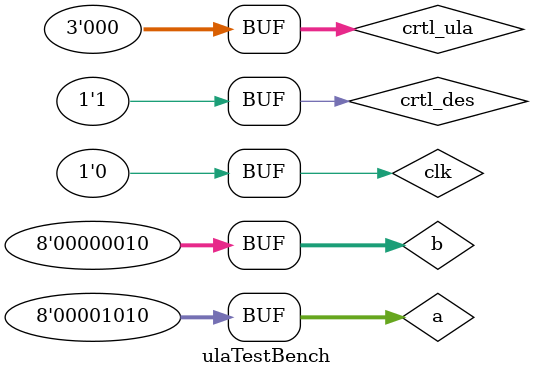
<source format=sv>
/*
 * Projeto: ULA de 8 bits
 * Descrição: Desenvolver um circuito de um ULA de 8 bits, com entradas e saídas registradas em SystemVerilog
 * Autores: Patricia Santos e Richard Ferreira
 * Detalhes: 
    * Palavras de entradas e saída de 8 bits

    * CLK = Transição ascendente;

    * CRTL_ULA 
        000 = Soma
        001 = Subtração
        010 = Multiplicação
        011 = Divisão
        100 = AND bit-a-bit
        101 = OR bit-a-it
        110 = NOT bit-a-bit de A
        111 = ByPass de B

    * CTRL_DES
         0 = ByPass
         1 = Desloca para esquerda

    Interface do modulo: module contador ( clk, crtl_ula, crtl_des, a, b, c );
*/

module ulaTestBench;

  logic clk, crtl_des;
  logic [2:0]crtl_ula; 
  byte a, b, c;
  
ulaDesign teste ( 
  .clk(clk), 
  .crtl_ula(crtl_ula), 
  .crtl_des(crtl_des), 
  .a(a), 
  .b(b), 
  .c(c)
);

  initial begin
	
    $monitor("***************************\n a (decimal) = %d \n a (binary) = %b\n\n b (decimal) = %d \n b (binary) = %b\n\n crtl_ula = %b\n crtl_des = %b\n\n c (decimal) = %d \n c (binary) = %b\n***************************", a, a, b, b, crtl_ula, crtl_des, c, c);
  
  end
  
  initial begin           
   
    $display("           Soma");
    
    clk = 1;
    a = 10;
    b = 2;
    crtl_ula = 3'b000;
    crtl_des = 1'b0;
    #10
    
    clk = 0;
    #10
    
    $display("        Subtração");
    clk = 1;
    a = 3;
    b = 7;
    crtl_ula = 3'b001;
    crtl_des = 1'b0;
    #10
    clk = 0;
    #10

    $display("      Multiplicação");
    clk = 1;
    a = 2;
    b = 2;
    crtl_ula = 3'b010;
    crtl_des = 1'b0;
    #10
    clk = 0;
    #10

    $display("         Divisão");
    clk = 1;
    a = 20;
    b = 10;
    crtl_ula = 3'b011;
    crtl_des = 1'b0;
    #10
    clk = 0;
    #10

    $display("           And");
    clk = 1;
    a = 0;
    b = 255;
    crtl_ula = 3'b100;
    crtl_des = 1'b0;
    #10
    clk = 0;
    #10

    $display("           Or");
    clk = 1;
    a = 255;
    b = 0;
    crtl_ula = 3'b101;
    crtl_des = 1'b0;
    #10
    clk = 0;
    #10

    $display("            Not");
    clk = 1;
    a = 255;
    crtl_ula = 3'b110;
    crtl_des = 1'b0;
    #10
    clk = 0;
    #10

    $display("           Pass");
    clk = 1;
    a = 0;
    b = 40;
    crtl_ula = 3'b111;
    crtl_des = 1'b0;
    #10
    clk = 0;
    #10

    $display("        Deslocamento");
    clk = 1;
    a = 10;
    b = 2;
    crtl_ula = 3'b000;
    crtl_des = 1'b0;
    #10
    clk = 0;
    
    #10
    clk = 1;
    crtl_des = 1'b1;
    #10
    clk = 0;
  
  end
  
endmodule

</source>
